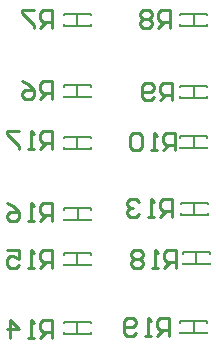
<source format=gbo>
%FSTAX23Y23*%
%MOIN*%
%SFA1B1*%

%IPPOS*%
%ADD14C,0.010000*%
%ADD16C,0.005910*%
%LNdev_board_pcb-1*%
%LPD*%
G54D14*
X02944Y03013D02*
Y03072D01*
X02914*
X02904Y03062*
Y03042*
X02914Y03032*
X02944*
X02924D02*
X02904Y03013D01*
X02884D02*
X02864D01*
X02874*
Y03072*
X02884Y03062*
X02834Y03023D02*
X02824Y03013D01*
X02804*
X02794Y03023*
Y03062*
X02804Y03072*
X02824*
X02834Y03062*
Y03052*
X02824Y03042*
X02794*
X02965Y0324D02*
Y03299D01*
X02935*
X02925Y03289*
Y03269*
X02935Y03259*
X02965*
X02945D02*
X02925Y0324D01*
X02905D02*
X02885D01*
X02895*
Y03299*
X02905Y03289*
X02855D02*
X02845Y03299D01*
X02825*
X02815Y03289*
Y03279*
X02825Y03269*
X02815Y03259*
Y0325*
X02825Y0324*
X02845*
X02855Y0325*
Y03259*
X02845Y03269*
X02855Y03279*
Y03289*
X02845Y03269D02*
X02825D01*
X02552Y03636D02*
Y03696D01*
X02522*
X02512Y03686*
Y03666*
X02522Y03656*
X02552*
X02532D02*
X02512Y03636D01*
X02492D02*
X02472D01*
X02482*
Y03696*
X02492Y03686*
X02442Y03696D02*
X02402D01*
Y03686*
X02442Y03646*
Y03636*
X02552Y03398D02*
Y03458D01*
X02522*
X02512Y03448*
Y03428*
X02522Y03418*
X02552*
X02532D02*
X02512Y03398D01*
X02492D02*
X02472D01*
X02482*
Y03458*
X02492Y03448*
X02402Y03458D02*
X02422Y03448D01*
X02442Y03428*
Y03408*
X02432Y03398*
X02412*
X02402Y03408*
Y03418*
X02412Y03428*
X02442*
X02552Y03241D02*
Y03301D01*
X02522*
X02512Y03291*
Y03271*
X02522Y03261*
X02552*
X02532D02*
X02512Y03241D01*
X02492D02*
X02472D01*
X02482*
Y03301*
X02492Y03291*
X02402Y03301D02*
X02442D01*
Y03271*
X02422Y03281*
X02412*
X02402Y03271*
Y03251*
X02412Y03241*
X02432*
X02442Y03251*
X02552Y03006D02*
Y03066D01*
X02522*
X02512Y03056*
Y03036*
X02522Y03026*
X02552*
X02532D02*
X02512Y03006D01*
X02492D02*
X02472D01*
X02482*
Y03066*
X02492Y03056*
X02412Y03006D02*
Y03066D01*
X02442Y03036*
X02402*
X02954Y0341D02*
Y03469D01*
X02924*
X02914Y03459*
Y03439*
X02924Y03429*
X02954*
X02934D02*
X02914Y0341D01*
X02894D02*
X02874D01*
X02884*
Y03469*
X02894Y03459*
X02844D02*
X02834Y03469D01*
X02814*
X02804Y03459*
Y03449*
X02814Y03439*
X02824*
X02814*
X02804Y03429*
Y0342*
X02814Y0341*
X02834*
X02844Y0342*
X02962Y03632D02*
Y03691D01*
X02932*
X02922Y03681*
Y03661*
X02932Y03651*
X02962*
X02942D02*
X02922Y03632D01*
X02902D02*
X02882D01*
X02892*
Y03691*
X02902Y03681*
X02852D02*
X02842Y03691D01*
X02822*
X02812Y03681*
Y03642*
X02822Y03632*
X02842*
X02852Y03642*
Y03681*
X02953Y03799D02*
Y03858D01*
X02923*
X02913Y03848*
Y03828*
X02923Y03818*
X02953*
X02933D02*
X02913Y03799D01*
X02893Y03809D02*
X02883Y03799D01*
X02863*
X02853Y03809*
Y03848*
X02863Y03858*
X02883*
X02893Y03848*
Y03838*
X02883Y03828*
X02853*
X02945Y04041D02*
Y041D01*
X02915*
X02905Y0409*
Y0407*
X02915Y0406*
X02945*
X02925D02*
X02905Y04041D01*
X02885Y0409D02*
X02875Y041D01*
X02855*
X02845Y0409*
Y0408*
X02855Y0407*
X02845Y0406*
Y04051*
X02855Y04041*
X02875*
X02885Y04051*
Y0406*
X02875Y0407*
X02885Y0408*
Y0409*
X02875Y0407D02*
X02855D01*
X02552Y0404D02*
Y041D01*
X02522*
X02512Y0409*
Y0407*
X02522Y0406*
X02552*
X02532D02*
X02512Y0404D01*
X02492Y041D02*
X02452D01*
Y0409*
X02492Y0405*
Y0404*
X02552Y03803D02*
Y03863D01*
X02522*
X02512Y03853*
Y03833*
X02522Y03823*
X02552*
X02532D02*
X02512Y03803D01*
X02452Y03863D02*
X02472Y03853D01*
X02492Y03833*
Y03813*
X02482Y03803*
X02462*
X02452Y03813*
Y03823*
X02462Y03833*
X02492*
G54D16*
X03026Y03023D02*
Y03063D01*
X03071Y03058D02*
Y03063D01*
X02981D02*
X03071D01*
X02981Y03058D02*
Y03063D01*
Y03023D02*
Y03028D01*
Y03023D02*
X03071D01*
Y03028*
X03034Y03252D02*
Y03292D01*
X03079Y03287D02*
Y03292D01*
X02989D02*
X03079D01*
X02989Y03287D02*
Y03292D01*
Y03252D02*
Y03257D01*
Y03252D02*
X03079D01*
Y03257*
X02638Y03638D02*
Y03678D01*
X02593Y03638D02*
Y03643D01*
Y03638D02*
X02683D01*
Y03643*
Y03673D02*
Y03678D01*
X02593D02*
X02683D01*
X02593Y03673D02*
Y03678D01*
X02639Y03399D02*
Y03439D01*
X02594Y03399D02*
Y03404D01*
Y03399D02*
X02684D01*
Y03404*
Y03434D02*
Y03439D01*
X02594D02*
X02684D01*
X02594Y03434D02*
Y03439D01*
X02637Y0325D02*
Y0329D01*
X02592Y0325D02*
Y03255D01*
Y0325D02*
X02682D01*
Y03255*
Y03285D02*
Y0329D01*
X02592D02*
X02682D01*
X02592Y03285D02*
Y0329D01*
X02637Y03021D02*
Y03061D01*
X02592Y03021D02*
Y03026D01*
Y03021D02*
X02682D01*
Y03026*
Y03056D02*
Y03061D01*
X02592D02*
X02682D01*
X02592Y03056D02*
Y03061D01*
X03027Y03417D02*
Y03457D01*
X03072Y03452D02*
Y03457D01*
X02982D02*
X03072D01*
X02982Y03452D02*
Y03457D01*
Y03417D02*
Y03422D01*
Y03417D02*
X03072D01*
Y03422*
X03026Y0364D02*
Y0368D01*
X03071Y03675D02*
Y0368D01*
X02981D02*
X03071D01*
X02981Y03675D02*
Y0368D01*
Y0364D02*
Y03645D01*
Y0364D02*
X03071D01*
Y03645*
X03025Y03808D02*
Y03848D01*
X0307Y03843D02*
Y03848D01*
X0298D02*
X0307D01*
X0298Y03843D02*
Y03848D01*
Y03808D02*
Y03813D01*
Y03808D02*
X0307D01*
Y03813*
X03025Y04048D02*
Y04088D01*
X0307Y04083D02*
Y04088D01*
X0298D02*
X0307D01*
X0298Y04083D02*
Y04088D01*
Y04048D02*
Y04053D01*
Y04048D02*
X0307D01*
Y04053*
X02638Y04048D02*
Y04088D01*
X02593Y04048D02*
Y04053D01*
Y04048D02*
X02683D01*
Y04053*
Y04083D02*
Y04088D01*
X02593D02*
X02683D01*
X02593Y04083D02*
Y04088D01*
X02638Y03809D02*
Y03849D01*
X02593Y03809D02*
Y03814D01*
Y03809D02*
X02683D01*
Y03814*
Y03844D02*
Y03849D01*
X02593D02*
X02683D01*
X02593Y03844D02*
Y03849D01*
M02*
</source>
